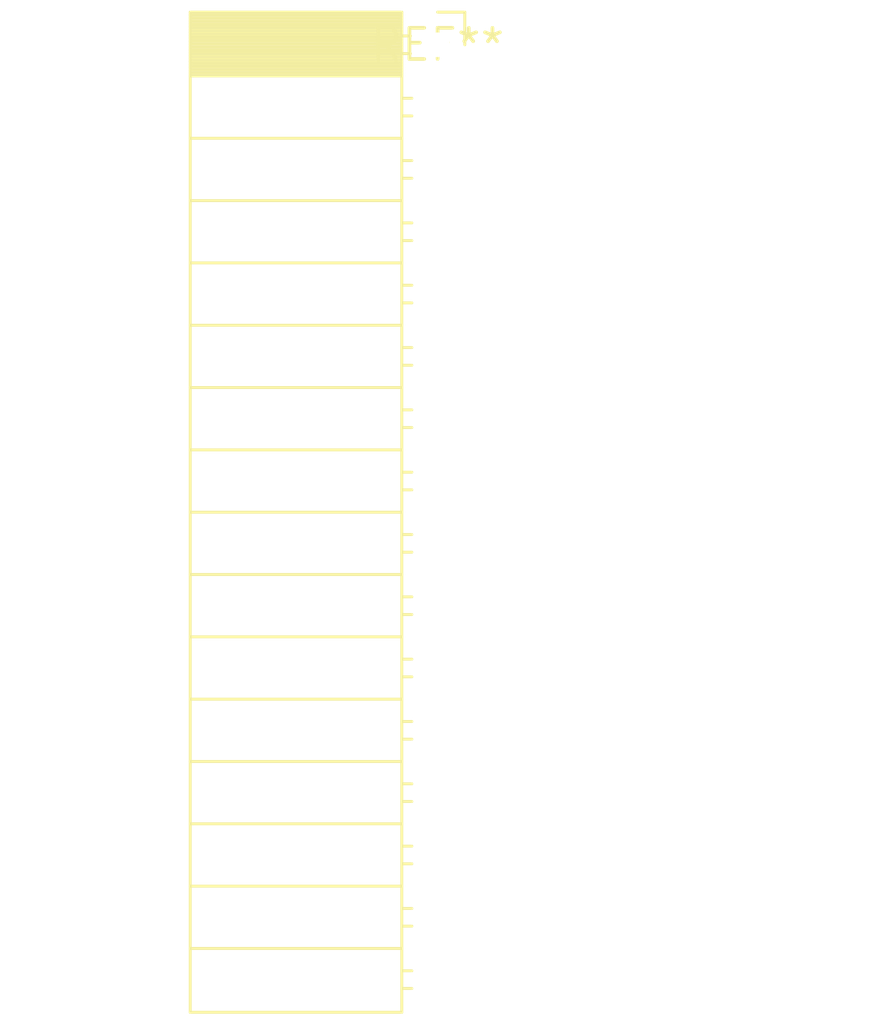
<source format=kicad_pcb>
(kicad_pcb (version 20240108) (generator pcbnew)
  (layers (0 "F.Cu" signal) (31 "B.Cu" signal) (34 "B.Paste" user) (35 "F.Paste" user) (36 "B.SilkS" user "B.Silkscreen") (37 "F.SilkS" user "F.Silkscreen") (38 "B.Mask" user) (39 "F.Mask" user) (44 "Edge.Cuts" user))
  (net 0 "")
  (footprint "PinSocket_1x16_P2.54mm_Horizontal" (layer "F.Cu") (at 0 0)
    (property "Reference" "REF**")
    (property "Value" "PinSocket_1x16_P2.54mm_Horizontal")
    (fp_line (start -10.09 -1.33) (end -10.09 39.43) (layer "F.SilkS") (stroke (width 0.12)))
    (fp_line (start -10.09 -1.33) (end -1.46 -1.33) (layer "F.SilkS") (stroke (width 0.12)))
    (fp_line (start -10.09 -1.21) (end -1.46 -1.21) (layer "F.SilkS") (stroke (width 0.12)))
    (fp_line (start -10.09 -1.091905) (end -1.46 -1.091905) (layer "F.SilkS") (stroke (width 0.12)))
    (fp_line (start -10.09 -0.97381) (end -1.46 -0.97381) (layer "F.SilkS") (stroke (width 0.12)))
    (fp_line (start -10.09 -0.855715) (end -1.46 -0.855715) (layer "F.SilkS") (stroke (width 0.12)))
    (fp_line (start -10.09 -0.73762) (end -1.46 -0.73762) (layer "F.SilkS") (stroke (width 0.12)))
    (fp_line (start -10.09 -0.619525) (end -1.46 -0.619525) (layer "F.SilkS") (stroke (width 0.12)))
    (fp_line (start -10.09 -0.50143) (end -1.46 -0.50143) (layer "F.SilkS") (stroke (width 0.12)))
    (fp_line (start -10.09 -0.383335) (end -1.46 -0.383335) (layer "F.SilkS") (stroke (width 0.12)))
    (fp_line (start -10.09 -0.26524) (end -1.46 -0.26524) (layer "F.SilkS") (stroke (width 0.12)))
    (fp_line (start -10.09 -0.147145) (end -1.46 -0.147145) (layer "F.SilkS") (stroke (width 0.12)))
    (fp_line (start -10.09 -0.02905) (end -1.46 -0.02905) (layer "F.SilkS") (stroke (width 0.12)))
    (fp_line (start -10.09 0.089045) (end -1.46 0.089045) (layer "F.SilkS") (stroke (width 0.12)))
    (fp_line (start -10.09 0.20714) (end -1.46 0.20714) (layer "F.SilkS") (stroke (width 0.12)))
    (fp_line (start -10.09 0.325235) (end -1.46 0.325235) (layer "F.SilkS") (stroke (width 0.12)))
    (fp_line (start -10.09 0.44333) (end -1.46 0.44333) (layer "F.SilkS") (stroke (width 0.12)))
    (fp_line (start -10.09 0.561425) (end -1.46 0.561425) (layer "F.SilkS") (stroke (width 0.12)))
    (fp_line (start -10.09 0.67952) (end -1.46 0.67952) (layer "F.SilkS") (stroke (width 0.12)))
    (fp_line (start -10.09 0.797615) (end -1.46 0.797615) (layer "F.SilkS") (stroke (width 0.12)))
    (fp_line (start -10.09 0.91571) (end -1.46 0.91571) (layer "F.SilkS") (stroke (width 0.12)))
    (fp_line (start -10.09 1.033805) (end -1.46 1.033805) (layer "F.SilkS") (stroke (width 0.12)))
    (fp_line (start -10.09 1.1519) (end -1.46 1.1519) (layer "F.SilkS") (stroke (width 0.12)))
    (fp_line (start -10.09 1.27) (end -1.46 1.27) (layer "F.SilkS") (stroke (width 0.12)))
    (fp_line (start -10.09 3.81) (end -1.46 3.81) (layer "F.SilkS") (stroke (width 0.12)))
    (fp_line (start -10.09 6.35) (end -1.46 6.35) (layer "F.SilkS") (stroke (width 0.12)))
    (fp_line (start -10.09 8.89) (end -1.46 8.89) (layer "F.SilkS") (stroke (width 0.12)))
    (fp_line (start -10.09 11.43) (end -1.46 11.43) (layer "F.SilkS") (stroke (width 0.12)))
    (fp_line (start -10.09 13.97) (end -1.46 13.97) (layer "F.SilkS") (stroke (width 0.12)))
    (fp_line (start -10.09 16.51) (end -1.46 16.51) (layer "F.SilkS") (stroke (width 0.12)))
    (fp_line (start -10.09 19.05) (end -1.46 19.05) (layer "F.SilkS") (stroke (width 0.12)))
    (fp_line (start -10.09 21.59) (end -1.46 21.59) (layer "F.SilkS") (stroke (width 0.12)))
    (fp_line (start -10.09 24.13) (end -1.46 24.13) (layer "F.SilkS") (stroke (width 0.12)))
    (fp_line (start -10.09 26.67) (end -1.46 26.67) (layer "F.SilkS") (stroke (width 0.12)))
    (fp_line (start -10.09 29.21) (end -1.46 29.21) (layer "F.SilkS") (stroke (width 0.12)))
    (fp_line (start -10.09 31.75) (end -1.46 31.75) (layer "F.SilkS") (stroke (width 0.12)))
    (fp_line (start -10.09 34.29) (end -1.46 34.29) (layer "F.SilkS") (stroke (width 0.12)))
    (fp_line (start -10.09 36.83) (end -1.46 36.83) (layer "F.SilkS") (stroke (width 0.12)))
    (fp_line (start -10.09 39.43) (end -1.46 39.43) (layer "F.SilkS") (stroke (width 0.12)))
    (fp_line (start -1.46 -1.33) (end -1.46 39.43) (layer "F.SilkS") (stroke (width 0.12)))
    (fp_line (start -1.46 -0.36) (end -1.11 -0.36) (layer "F.SilkS") (stroke (width 0.12)))
    (fp_line (start -1.46 0.36) (end -1.11 0.36) (layer "F.SilkS") (stroke (width 0.12)))
    (fp_line (start -1.46 2.18) (end -1.05 2.18) (layer "F.SilkS") (stroke (width 0.12)))
    (fp_line (start -1.46 2.9) (end -1.05 2.9) (layer "F.SilkS") (stroke (width 0.12)))
    (fp_line (start -1.46 4.72) (end -1.05 4.72) (layer "F.SilkS") (stroke (width 0.12)))
    (fp_line (start -1.46 5.44) (end -1.05 5.44) (layer "F.SilkS") (stroke (width 0.12)))
    (fp_line (start -1.46 7.26) (end -1.05 7.26) (layer "F.SilkS") (stroke (width 0.12)))
    (fp_line (start -1.46 7.98) (end -1.05 7.98) (layer "F.SilkS") (stroke (width 0.12)))
    (fp_line (start -1.46 9.8) (end -1.05 9.8) (layer "F.SilkS") (stroke (width 0.12)))
    (fp_line (start -1.46 10.52) (end -1.05 10.52) (layer "F.SilkS") (stroke (width 0.12)))
    (fp_line (start -1.46 12.34) (end -1.05 12.34) (layer "F.SilkS") (stroke (width 0.12)))
    (fp_line (start -1.46 13.06) (end -1.05 13.06) (layer "F.SilkS") (stroke (width 0.12)))
    (fp_line (start -1.46 14.88) (end -1.05 14.88) (layer "F.SilkS") (stroke (width 0.12)))
    (fp_line (start -1.46 15.6) (end -1.05 15.6) (layer "F.SilkS") (stroke (width 0.12)))
    (fp_line (start -1.46 17.42) (end -1.05 17.42) (layer "F.SilkS") (stroke (width 0.12)))
    (fp_line (start -1.46 18.14) (end -1.05 18.14) (layer "F.SilkS") (stroke (width 0.12)))
    (fp_line (start -1.46 19.96) (end -1.05 19.96) (layer "F.SilkS") (stroke (width 0.12)))
    (fp_line (start -1.46 20.68) (end -1.05 20.68) (layer "F.SilkS") (stroke (width 0.12)))
    (fp_line (start -1.46 22.5) (end -1.05 22.5) (layer "F.SilkS") (stroke (width 0.12)))
    (fp_line (start -1.46 23.22) (end -1.05 23.22) (layer "F.SilkS") (stroke (width 0.12)))
    (fp_line (start -1.46 25.04) (end -1.05 25.04) (layer "F.SilkS") (stroke (width 0.12)))
    (fp_line (start -1.46 25.76) (end -1.05 25.76) (layer "F.SilkS") (stroke (width 0.12)))
    (fp_line (start -1.46 27.58) (end -1.05 27.58) (layer "F.SilkS") (stroke (width 0.12)))
    (fp_line (start -1.46 28.3) (end -1.05 28.3) (layer "F.SilkS") (stroke (width 0.12)))
    (fp_line (start -1.46 30.12) (end -1.05 30.12) (layer "F.SilkS") (stroke (width 0.12)))
    (fp_line (start -1.46 30.84) (end -1.05 30.84) (layer "F.SilkS") (stroke (width 0.12)))
    (fp_line (start -1.46 32.66) (end -1.05 32.66) (layer "F.SilkS") (stroke (width 0.12)))
    (fp_line (start -1.46 33.38) (end -1.05 33.38) (layer "F.SilkS") (stroke (width 0.12)))
    (fp_line (start -1.46 35.2) (end -1.05 35.2) (layer "F.SilkS") (stroke (width 0.12)))
    (fp_line (start -1.46 35.92) (end -1.05 35.92) (layer "F.SilkS") (stroke (width 0.12)))
    (fp_line (start -1.46 37.74) (end -1.05 37.74) (layer "F.SilkS") (stroke (width 0.12)))
    (fp_line (start -1.46 38.46) (end -1.05 38.46) (layer "F.SilkS") (stroke (width 0.12)))
    (fp_line (start 0 -1.33) (end 1.11 -1.33) (layer "F.SilkS") (stroke (width 0.12)))
    (fp_line (start 1.11 -1.33) (end 1.11 0) (layer "F.SilkS") (stroke (width 0.12)))
    (pad "1" thru_hole rect (at 0 0) (size 1.7 1.7) (drill 1) (layers *.Cu *.Mask) (remove_unused_layers))
    (pad "2" thru_hole oval (at 0 2.54) (size 1.7 1.7) (drill 1) (layers *.Cu *.Mask) (remove_unused_layers))
    (pad "3" thru_hole oval (at 0 5.08) (size 1.7 1.7) (drill 1) (layers *.Cu *.Mask) (remove_unused_layers))
    (pad "4" thru_hole oval (at 0 7.62) (size 1.7 1.7) (drill 1) (layers *.Cu *.Mask) (remove_unused_layers))
    (pad "5" thru_hole oval (at 0 10.16) (size 1.7 1.7) (drill 1) (layers *.Cu *.Mask) (remove_unused_layers))
    (pad "6" thru_hole oval (at 0 12.7) (size 1.7 1.7) (drill 1) (layers *.Cu *.Mask) (remove_unused_layers))
    (pad "7" thru_hole oval (at 0 15.24) (size 1.7 1.7) (drill 1) (layers *.Cu *.Mask) (remove_unused_layers))
    (pad "8" thru_hole oval (at 0 17.78) (size 1.7 1.7) (drill 1) (layers *.Cu *.Mask) (remove_unused_layers))
    (pad "9" thru_hole oval (at 0 20.32) (size 1.7 1.7) (drill 1) (layers *.Cu *.Mask) (remove_unused_layers))
    (pad "10" thru_hole oval (at 0 22.86) (size 1.7 1.7) (drill 1) (layers *.Cu *.Mask) (remove_unused_layers))
    (pad "11" thru_hole oval (at 0 25.4) (size 1.7 1.7) (drill 1) (layers *.Cu *.Mask) (remove_unused_layers))
    (pad "12" thru_hole oval (at 0 27.94) (size 1.7 1.7) (drill 1) (layers *.Cu *.Mask) (remove_unused_layers))
    (pad "13" thru_hole oval (at 0 30.48) (size 1.7 1.7) (drill 1) (layers *.Cu *.Mask) (remove_unused_layers))
    (pad "14" thru_hole oval (at 0 33.02) (size 1.7 1.7) (drill 1) (layers *.Cu *.Mask) (remove_unused_layers))
    (pad "15" thru_hole oval (at 0 35.56) (size 1.7 1.7) (drill 1) (layers *.Cu *.Mask) (remove_unused_layers))
    (pad "16" thru_hole oval (at 0 38.1) (size 1.7 1.7) (drill 1) (layers *.Cu *.Mask) (remove_unused_layers))
  )
)
</source>
